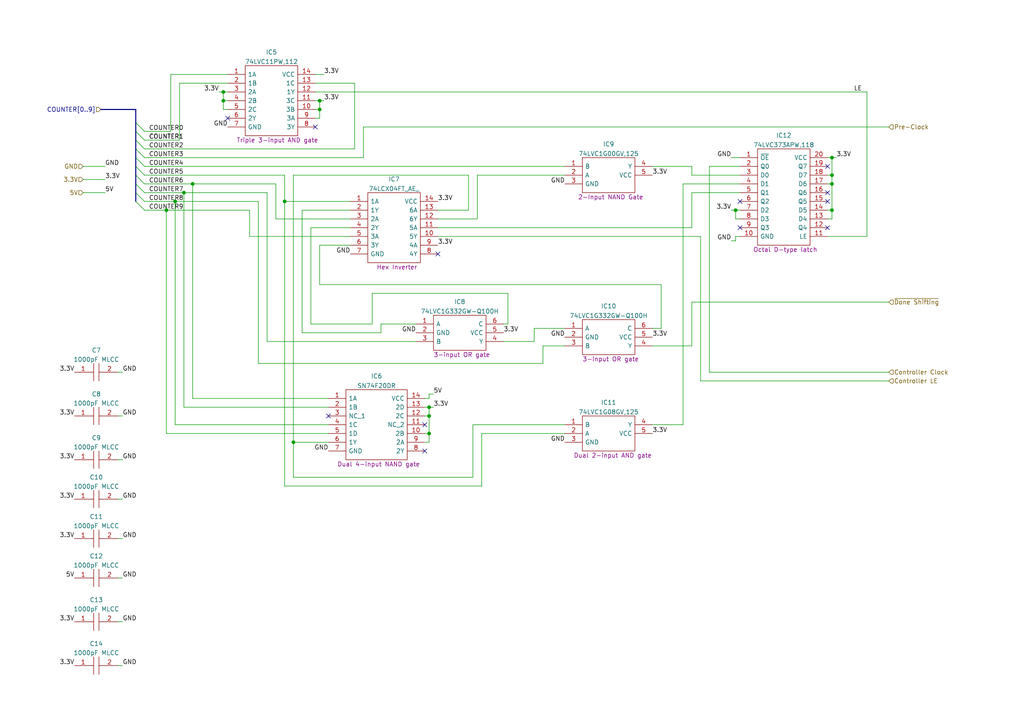
<source format=kicad_sch>
(kicad_sch (version 20211123) (generator eeschema)
  (paper "A4")
  (lib_symbols
    (symbol "Nexperia:74LVC11PW,112" (pin_names (offset 0.762))
      (property "Reference" "IC" (at 21.59 7.62 0))
      (property "Value" "74LVC11PW,112" (at 21.59 5.08 0))
      (symbol "74LVC11PW,112_0_0"
        (pin passive line (at 0 0 0) (length 5.08) (name "1A") (number "1"))
        (pin passive line (at 25.4 -10.16 180) (length 5.08) (name "3B") (number "10"))
        (pin passive line (at 25.4 -7.62 180) (length 5.08) (name "3C") (number "11"))
        (pin passive line (at 25.4 -5.08 180) (length 5.08) (name "1Y") (number "12"))
        (pin passive line (at 25.4 -2.54 180) (length 5.08) (name "1C") (number "13"))
        (pin passive line (at 25.4 0 180) (length 5.08) (name "VCC") (number "14"))
        (pin passive line (at 0 -2.54 0) (length 5.08) (name "1B") (number "2"))
        (pin passive line (at 0 -5.08 0) (length 5.08) (name "2A") (number "3"))
        (pin passive line (at 0 -7.62 0) (length 5.08) (name "2B") (number "4"))
        (pin passive line (at 0 -10.16 0) (length 5.08) (name "2C") (number "5"))
        (pin passive line (at 0 -12.7 0) (length 5.08) (name "2Y") (number "6"))
        (pin passive line (at 0 -15.24 0) (length 5.08) (name "GND") (number "7"))
        (pin passive line (at 25.4 -15.24 180) (length 5.08) (name "3Y") (number "8"))
        (pin passive line (at 25.4 -12.7 180) (length 5.08) (name "3A") (number "9"))
      )
      (symbol "74LVC11PW,112_0_1"
        (polyline (pts (xy 5.08 2.54) (xy 20.32 2.54) (xy 20.32 -17.78) (xy 5.08 -17.78) (xy 5.08 2.54)) (stroke (width 0.1524)))
      )
    )
    (symbol "Nexperia:74LVC1G00GV,125" (pin_names (offset 0.762))
      (property "Reference" "IC" (at 21.59 7.62 0))
      (property "Value" "74LVC1G00GV,125" (at 21.59 5.08 0))
      (symbol "74LVC1G00GV,125_0_0"
        (pin passive line (at 0 0 0) (length 5.08) (name "B") (number "1"))
        (pin passive line (at 0 -2.54 0) (length 5.08) (name "A") (number "2"))
        (pin passive line (at 0 -5.08 0) (length 5.08) (name "GND") (number "3"))
        (pin passive line (at 25.4 0 180) (length 5.08) (name "Y") (number "4"))
        (pin passive line (at 25.4 -2.54 180) (length 5.08) (name "VCC") (number "5"))
      )
      (symbol "74LVC1G00GV,125_0_1"
        (polyline (pts (xy 5.08 2.54) (xy 20.32 2.54) (xy 20.32 -7.62) (xy 5.08 -7.62) (xy 5.08 2.54)) (stroke (width 0.1524)))
      )
    )
    (symbol "Nexperia:74LVC1G08GV,125" (pin_names (offset 0.762))
      (property "Reference" "IC" (at 21.59 7.62 0))
      (property "Value" "74LVC1G08GV,125" (at 21.59 5.08 0))
      (symbol "74LVC1G08GV,125_0_0"
        (pin passive line (at 0 0 0) (length 5.08) (name "B") (number "1"))
        (pin passive line (at 0 -2.54 0) (length 5.08) (name "A") (number "2"))
        (pin passive line (at 0 -5.08 0) (length 5.08) (name "GND") (number "3"))
        (pin passive line (at 25.4 0 180) (length 5.08) (name "Y") (number "4"))
        (pin passive line (at 25.4 -2.54 180) (length 5.08) (name "VCC") (number "5"))
      )
      (symbol "74LVC1G08GV,125_0_1"
        (polyline (pts (xy 5.08 2.54) (xy 20.32 2.54) (xy 20.32 -7.62) (xy 5.08 -7.62) (xy 5.08 2.54)) (stroke (width 0.1524)))
      )
    )
    (symbol "Nexperia:74LVC1G332GW-Q100H" (pin_names (offset 0.762))
      (property "Reference" "IC" (at 21.59 7.62 0))
      (property "Value" "74LVC1G332GW-Q100H" (at 21.59 5.08 0))
      (symbol "74LVC1G332GW-Q100H_0_0"
        (pin passive line (at 0 0 0) (length 5.08) (name "A") (number "1"))
        (pin passive line (at 0 -2.54 0) (length 5.08) (name "GND") (number "2"))
        (pin passive line (at 0 -5.08 0) (length 5.08) (name "B") (number "3"))
        (pin passive line (at 25.4 -5.08 180) (length 5.08) (name "Y") (number "4"))
        (pin passive line (at 25.4 -2.54 180) (length 5.08) (name "VCC") (number "5"))
        (pin passive line (at 25.4 0 180) (length 5.08) (name "C") (number "6"))
      )
      (symbol "74LVC1G332GW-Q100H_0_1"
        (polyline (pts (xy 5.08 2.54) (xy 20.32 2.54) (xy 20.32 -7.62) (xy 5.08 -7.62) (xy 5.08 2.54)) (stroke (width 0.1524)))
      )
    )
    (symbol "Nexperia:74LVC373APW,118" (pin_names (offset 0.762))
      (property "Reference" "IC" (at 21.59 7.62 0))
      (property "Value" "74LVC373APW,118" (at 21.59 5.08 0))
      (symbol "74LVC373APW,118_0_0"
        (pin passive line (at 0 0 0) (length 5.08) (name "~{OE}") (number "1"))
        (pin passive line (at 0 -22.86 0) (length 5.08) (name "GND") (number "10"))
        (pin passive line (at 25.4 -22.86 180) (length 5.08) (name "LE") (number "11"))
        (pin passive line (at 25.4 -20.32 180) (length 5.08) (name "Q4") (number "12"))
        (pin passive line (at 25.4 -17.78 180) (length 5.08) (name "D4") (number "13"))
        (pin passive line (at 25.4 -15.24 180) (length 5.08) (name "D5") (number "14"))
        (pin passive line (at 25.4 -12.7 180) (length 5.08) (name "Q5") (number "15"))
        (pin passive line (at 25.4 -10.16 180) (length 5.08) (name "Q6") (number "16"))
        (pin passive line (at 25.4 -7.62 180) (length 5.08) (name "D6") (number "17"))
        (pin passive line (at 25.4 -5.08 180) (length 5.08) (name "D7") (number "18"))
        (pin passive line (at 25.4 -2.54 180) (length 5.08) (name "Q7") (number "19"))
        (pin passive line (at 0 -2.54 0) (length 5.08) (name "Q0") (number "2"))
        (pin passive line (at 25.4 0 180) (length 5.08) (name "VCC") (number "20"))
        (pin passive line (at 0 -5.08 0) (length 5.08) (name "D0") (number "3"))
        (pin passive line (at 0 -7.62 0) (length 5.08) (name "D1") (number "4"))
        (pin passive line (at 0 -10.16 0) (length 5.08) (name "Q1") (number "5"))
        (pin passive line (at 0 -12.7 0) (length 5.08) (name "Q2") (number "6"))
        (pin passive line (at 0 -15.24 0) (length 5.08) (name "D2") (number "7"))
        (pin passive line (at 0 -17.78 0) (length 5.08) (name "D3") (number "8"))
        (pin passive line (at 0 -20.32 0) (length 5.08) (name "Q3") (number "9"))
      )
      (symbol "74LVC373APW,118_0_1"
        (polyline (pts (xy 5.08 2.54) (xy 20.32 2.54) (xy 20.32 -25.4) (xy 5.08 -25.4) (xy 5.08 2.54)) (stroke (width 0.1524)))
      )
    )
    (symbol "Texas_Instruments:SN74F20DR" (pin_names (offset 0.762))
      (property "Reference" "IC" (at 24.13 7.62 0))
      (property "Value" "SN74F20DR" (at 24.13 5.08 0))
      (symbol "SN74F20DR_0_0"
        (pin passive line (at 0 0 0) (length 5.08) (name "1A") (number "1"))
        (pin passive line (at 27.94 -10.16 180) (length 5.08) (name "2B") (number "10"))
        (pin passive line (at 27.94 -7.62 180) (length 5.08) (name "NC_2") (number "11"))
        (pin passive line (at 27.94 -5.08 180) (length 5.08) (name "2C") (number "12"))
        (pin passive line (at 27.94 -2.54 180) (length 5.08) (name "2D") (number "13"))
        (pin passive line (at 27.94 0 180) (length 5.08) (name "VCC") (number "14"))
        (pin passive line (at 0 -2.54 0) (length 5.08) (name "1B") (number "2"))
        (pin passive line (at 0 -5.08 0) (length 5.08) (name "NC_1") (number "3"))
        (pin passive line (at 0 -7.62 0) (length 5.08) (name "1C") (number "4"))
        (pin passive line (at 0 -10.16 0) (length 5.08) (name "1D") (number "5"))
        (pin passive line (at 0 -12.7 0) (length 5.08) (name "1Y") (number "6"))
        (pin passive line (at 0 -15.24 0) (length 5.08) (name "GND") (number "7"))
        (pin passive line (at 27.94 -15.24 180) (length 5.08) (name "2Y") (number "8"))
        (pin passive line (at 27.94 -12.7 180) (length 5.08) (name "2A") (number "9"))
      )
      (symbol "SN74F20DR_0_1"
        (polyline (pts (xy 5.08 2.54) (xy 22.86 2.54) (xy 22.86 -17.78) (xy 5.08 -17.78) (xy 5.08 2.54)) (stroke (width 0.1524)))
      )
    )
    (symbol "Toshiba:74LCX04FT_AE_" (pin_names (offset 0.762))
      (property "Reference" "IC" (at 21.59 7.62 0))
      (property "Value" "74LCX04FT_AE_" (at 21.59 5.08 0))
      (symbol "74LCX04FT_AE__0_0"
        (pin passive line (at 0 0 0) (length 5.08) (name "1A") (number "1"))
        (pin passive line (at 25.4 -10.16 180) (length 5.08) (name "5Y") (number "10"))
        (pin passive line (at 25.4 -7.62 180) (length 5.08) (name "5A") (number "11"))
        (pin passive line (at 25.4 -5.08 180) (length 5.08) (name "6Y") (number "12"))
        (pin passive line (at 25.4 -2.54 180) (length 5.08) (name "6A") (number "13"))
        (pin passive line (at 25.4 0 180) (length 5.08) (name "VCC") (number "14"))
        (pin passive line (at 0 -2.54 0) (length 5.08) (name "1Y") (number "2"))
        (pin passive line (at 0 -5.08 0) (length 5.08) (name "2A") (number "3"))
        (pin passive line (at 0 -7.62 0) (length 5.08) (name "2Y") (number "4"))
        (pin passive line (at 0 -10.16 0) (length 5.08) (name "3A") (number "5"))
        (pin passive line (at 0 -12.7 0) (length 5.08) (name "3Y") (number "6"))
        (pin passive line (at 0 -15.24 0) (length 5.08) (name "GND") (number "7"))
        (pin passive line (at 25.4 -15.24 180) (length 5.08) (name "4Y") (number "8"))
        (pin passive line (at 25.4 -12.7 180) (length 5.08) (name "4A") (number "9"))
      )
      (symbol "74LCX04FT_AE__0_1"
        (polyline (pts (xy 5.08 2.54) (xy 20.32 2.54) (xy 20.32 -17.78) (xy 5.08 -17.78) (xy 5.08 2.54)) (stroke (width 0.1524)))
      )
    )
    (symbol "Wurth_Elektronik:885012207033" (pin_names (offset 0.762))
      (property "Reference" "C" (at 8.89 6.35 0))
      (property "Value" "885012207033" (at 8.89 3.81 0))
      (symbol "885012207033_0_0"
        (pin passive line (at 0 0 0) (length 5.08) (name "~") (number "1"))
        (pin passive line (at 12.7 0 180) (length 5.08) (name "~") (number "2"))
      )
      (symbol "885012207033_0_1"
        (polyline (pts (xy 5.08 0) (xy 5.588 0)) (stroke (width 0.1524)))
        (polyline (pts (xy 5.588 2.54) (xy 5.588 -2.54)) (stroke (width 0.1524)))
        (polyline (pts (xy 7.112 0) (xy 7.62 0)) (stroke (width 0.1524)))
        (polyline (pts (xy 7.112 2.54) (xy 7.112 -2.54)) (stroke (width 0.1524)))
      )
    )
  )
  (junction (at 82.55 58.42))
  (junction (at 64.77 29.21))
  (junction (at 64.77 26.67))
  (junction (at 241.3 50.8))
  (junction (at 85.09 128.27))
  (junction (at 92.71 29.21))
  (junction (at 55.88 53.34))
  (junction (at 241.3 53.34))
  (junction (at 213.36 60.96))
  (junction (at 124.46 120.65))
  (junction (at 50.8 58.42))
  (junction (at 241.3 60.96))
  (junction (at 124.46 125.73))
  (junction (at 241.3 45.72))
  (junction (at 92.71 31.75))
  (junction (at 53.34 55.88))
  (junction (at 48.26 60.96))
  (junction (at 124.46 118.11))
  (no_connect (at 214.63 66.04))
  (no_connect (at 214.63 58.42))
  (no_connect (at 240.03 55.88))
  (no_connect (at 240.03 58.42))
  (no_connect (at 240.03 66.04))
  (no_connect (at 240.03 48.26))
  (no_connect (at 91.44 36.83))
  (no_connect (at 66.04 34.29))
  (no_connect (at 123.19 130.81))
  (no_connect (at 127 73.66))
  (no_connect (at 123.19 123.19))
  (no_connect (at 95.25 120.65))
  (bus_entry (at 39.37 45.72) (size 2.54 2.54))
  (bus_entry (at 39.37 50.8) (size 2.54 2.54))
  (bus_entry (at 39.37 35.56) (size 2.54 2.54))
  (bus_entry (at 39.37 58.42) (size 2.54 2.54))
  (bus_entry (at 39.37 43.18) (size 2.54 2.54))
  (bus_entry (at 39.37 53.34) (size 2.54 2.54))
  (bus_entry (at 39.37 38.1) (size 2.54 2.54))
  (bus_entry (at 39.37 40.64) (size 2.54 2.54))
  (bus_entry (at 39.37 55.88) (size 2.54 2.54))
  (bus_entry (at 39.37 48.26) (size 2.54 2.54))
  (wire (pts (xy 200.66 55.88) (xy 200.66 66.04)))
  (wire (pts (xy 77.47 99.06) (xy 120.65 99.06)))
  (wire (pts (xy 189.23 95.25) (xy 191.77 95.25)))
  (wire (pts (xy 102.87 24.13) (xy 102.87 43.18)))
  (wire (pts (xy 50.8 123.19) (xy 95.25 123.19)))
  (wire (pts (xy 64.77 26.67) (xy 64.77 29.21)))
  (wire (pts (xy 124.46 120.65) (xy 123.19 120.65)))
  (wire (pts (xy 41.91 60.96) (xy 48.26 60.96)))
  (wire (pts (xy 241.3 53.34) (xy 241.3 60.96)))
  (wire (pts (xy 95.25 125.73) (xy 48.26 125.73)))
  (wire (pts (xy 124.46 115.57) (xy 123.19 115.57)))
  (wire (pts (xy 55.88 53.34) (xy 80.01 53.34)))
  (wire (pts (xy 82.55 58.42) (xy 82.55 140.97)))
  (wire (pts (xy 154.94 99.06) (xy 154.94 95.25)))
  (wire (pts (xy 107.95 85.09) (xy 147.32 85.09)))
  (bus (pts (xy 39.37 31.75) (xy 39.37 35.56)))
  (wire (pts (xy 200.66 50.8) (xy 200.66 48.26)))
  (wire (pts (xy 241.3 50.8) (xy 241.3 53.34)))
  (wire (pts (xy 123.19 118.11) (xy 124.46 118.11)))
  (wire (pts (xy 34.29 107.95) (xy 35.56 107.95)))
  (wire (pts (xy 34.29 180.34) (xy 35.56 180.34)))
  (wire (pts (xy 146.05 99.06) (xy 154.94 99.06)))
  (wire (pts (xy 213.36 68.58) (xy 214.63 68.58)))
  (wire (pts (xy 74.93 105.41) (xy 157.48 105.41)))
  (wire (pts (xy 135.89 50.8) (xy 135.89 60.96)))
  (wire (pts (xy 92.71 34.29) (xy 91.44 34.29)))
  (wire (pts (xy 138.43 50.8) (xy 163.83 50.8)))
  (bus (pts (xy 39.37 43.18) (xy 39.37 45.72)))
  (wire (pts (xy 41.91 43.18) (xy 102.87 43.18)))
  (wire (pts (xy 241.3 45.72) (xy 240.03 45.72)))
  (wire (pts (xy 34.29 193.04) (xy 35.56 193.04)))
  (wire (pts (xy 191.77 82.55) (xy 191.77 95.25)))
  (wire (pts (xy 157.48 100.33) (xy 163.83 100.33)))
  (wire (pts (xy 241.3 53.34) (xy 240.03 53.34)))
  (wire (pts (xy 105.41 36.83) (xy 257.81 36.83)))
  (wire (pts (xy 101.6 60.96) (xy 87.63 60.96)))
  (wire (pts (xy 198.12 53.34) (xy 214.63 53.34)))
  (wire (pts (xy 85.09 50.8) (xy 85.09 128.27)))
  (wire (pts (xy 241.3 63.5) (xy 240.03 63.5)))
  (wire (pts (xy 93.98 21.59) (xy 91.44 21.59)))
  (wire (pts (xy 87.63 60.96) (xy 87.63 96.52)))
  (wire (pts (xy 213.36 60.96) (xy 214.63 60.96)))
  (wire (pts (xy 251.46 68.58) (xy 240.03 68.58)))
  (wire (pts (xy 34.29 156.21) (xy 35.56 156.21)))
  (wire (pts (xy 90.17 93.98) (xy 107.95 93.98)))
  (wire (pts (xy 200.66 87.63) (xy 257.81 87.63)))
  (wire (pts (xy 53.34 55.88) (xy 77.47 55.88)))
  (wire (pts (xy 101.6 71.12) (xy 92.71 71.12)))
  (wire (pts (xy 41.91 45.72) (xy 105.41 45.72)))
  (wire (pts (xy 91.44 31.75) (xy 92.71 31.75)))
  (wire (pts (xy 189.23 48.26) (xy 200.66 48.26)))
  (wire (pts (xy 74.93 58.42) (xy 74.93 105.41)))
  (wire (pts (xy 137.16 123.19) (xy 163.83 123.19)))
  (wire (pts (xy 163.83 125.73) (xy 139.7 125.73)))
  (bus (pts (xy 39.37 48.26) (xy 39.37 50.8)))
  (wire (pts (xy 95.25 115.57) (xy 55.88 115.57)))
  (wire (pts (xy 203.2 110.49) (xy 257.81 110.49)))
  (wire (pts (xy 41.91 53.34) (xy 55.88 53.34)))
  (bus (pts (xy 39.37 55.88) (xy 39.37 58.42)))
  (wire (pts (xy 203.2 68.58) (xy 203.2 110.49)))
  (wire (pts (xy 80.01 53.34) (xy 80.01 63.5)))
  (wire (pts (xy 72.39 68.58) (xy 72.39 60.96)))
  (wire (pts (xy 107.95 93.98) (xy 107.95 85.09)))
  (wire (pts (xy 213.36 60.96) (xy 213.36 63.5)))
  (wire (pts (xy 127 66.04) (xy 200.66 66.04)))
  (wire (pts (xy 92.71 31.75) (xy 92.71 29.21)))
  (wire (pts (xy 127 68.58) (xy 203.2 68.58)))
  (wire (pts (xy 214.63 50.8) (xy 200.66 50.8)))
  (wire (pts (xy 212.09 69.85) (xy 213.36 69.85)))
  (wire (pts (xy 251.46 26.67) (xy 251.46 68.58)))
  (wire (pts (xy 34.29 133.35) (xy 35.56 133.35)))
  (bus (pts (xy 39.37 50.8) (xy 39.37 53.34)))
  (wire (pts (xy 64.77 29.21) (xy 66.04 29.21)))
  (wire (pts (xy 200.66 100.33) (xy 200.66 87.63)))
  (wire (pts (xy 124.46 125.73) (xy 123.19 125.73)))
  (wire (pts (xy 242.57 45.72) (xy 241.3 45.72)))
  (wire (pts (xy 189.23 100.33) (xy 200.66 100.33)))
  (wire (pts (xy 213.36 68.58) (xy 213.36 69.85)))
  (wire (pts (xy 124.46 125.73) (xy 124.46 128.27)))
  (wire (pts (xy 91.44 24.13) (xy 102.87 24.13)))
  (wire (pts (xy 34.29 167.64) (xy 35.56 167.64)))
  (wire (pts (xy 92.71 31.75) (xy 92.71 34.29)))
  (wire (pts (xy 110.49 93.98) (xy 120.65 93.98)))
  (wire (pts (xy 55.88 115.57) (xy 55.88 53.34)))
  (wire (pts (xy 198.12 123.19) (xy 198.12 53.34)))
  (wire (pts (xy 189.23 123.19) (xy 198.12 123.19)))
  (wire (pts (xy 64.77 26.67) (xy 66.04 26.67)))
  (wire (pts (xy 53.34 118.11) (xy 53.34 55.88)))
  (wire (pts (xy 157.48 105.41) (xy 157.48 100.33)))
  (wire (pts (xy 241.3 60.96) (xy 240.03 60.96)))
  (wire (pts (xy 24.13 48.26) (xy 30.48 48.26)))
  (wire (pts (xy 105.41 45.72) (xy 105.41 36.83)))
  (wire (pts (xy 77.47 55.88) (xy 77.47 99.06)))
  (wire (pts (xy 48.26 60.96) (xy 72.39 60.96)))
  (wire (pts (xy 90.17 66.04) (xy 90.17 93.98)))
  (bus (pts (xy 39.37 40.64) (xy 39.37 43.18)))
  (wire (pts (xy 24.13 52.07) (xy 30.48 52.07)))
  (wire (pts (xy 85.09 128.27) (xy 85.09 138.43)))
  (bus (pts (xy 29.21 31.75) (xy 39.37 31.75)))
  (wire (pts (xy 87.63 96.52) (xy 110.49 96.52)))
  (wire (pts (xy 41.91 38.1) (xy 49.53 38.1)))
  (wire (pts (xy 212.09 60.96) (xy 213.36 60.96)))
  (wire (pts (xy 82.55 50.8) (xy 82.55 58.42)))
  (wire (pts (xy 124.46 114.3) (xy 124.46 115.57)))
  (wire (pts (xy 124.46 118.11) (xy 124.46 120.65)))
  (wire (pts (xy 101.6 66.04) (xy 90.17 66.04)))
  (wire (pts (xy 214.63 48.26) (xy 205.74 48.26)))
  (wire (pts (xy 137.16 138.43) (xy 137.16 123.19)))
  (wire (pts (xy 34.29 144.78) (xy 35.56 144.78)))
  (wire (pts (xy 41.91 58.42) (xy 50.8 58.42)))
  (wire (pts (xy 91.44 26.67) (xy 251.46 26.67)))
  (wire (pts (xy 63.5 26.67) (xy 64.77 26.67)))
  (wire (pts (xy 82.55 140.97) (xy 139.7 140.97)))
  (wire (pts (xy 48.26 125.73) (xy 48.26 60.96)))
  (wire (pts (xy 92.71 71.12) (xy 92.71 82.55)))
  (wire (pts (xy 80.01 63.5) (xy 101.6 63.5)))
  (wire (pts (xy 205.74 107.95) (xy 257.81 107.95)))
  (bus (pts (xy 39.37 35.56) (xy 39.37 38.1)))
  (wire (pts (xy 41.91 50.8) (xy 82.55 50.8)))
  (bus (pts (xy 39.37 53.34) (xy 39.37 55.88)))
  (wire (pts (xy 49.53 21.59) (xy 49.53 38.1)))
  (wire (pts (xy 147.32 93.98) (xy 146.05 93.98)))
  (bus (pts (xy 39.37 45.72) (xy 39.37 48.26)))
  (wire (pts (xy 200.66 55.88) (xy 214.63 55.88)))
  (wire (pts (xy 41.91 48.26) (xy 163.83 48.26)))
  (wire (pts (xy 85.09 138.43) (xy 137.16 138.43)))
  (wire (pts (xy 95.25 118.11) (xy 53.34 118.11)))
  (wire (pts (xy 241.3 60.96) (xy 241.3 63.5)))
  (wire (pts (xy 66.04 21.59) (xy 49.53 21.59)))
  (wire (pts (xy 214.63 63.5) (xy 213.36 63.5)))
  (wire (pts (xy 92.71 82.55) (xy 191.77 82.55)))
  (wire (pts (xy 135.89 60.96) (xy 127 60.96)))
  (wire (pts (xy 95.25 128.27) (xy 85.09 128.27)))
  (wire (pts (xy 52.07 40.64) (xy 52.07 24.13)))
  (wire (pts (xy 34.29 120.65) (xy 35.56 120.65)))
  (wire (pts (xy 124.46 128.27) (xy 123.19 128.27)))
  (wire (pts (xy 64.77 29.21) (xy 64.77 31.75)))
  (wire (pts (xy 64.77 31.75) (xy 66.04 31.75)))
  (wire (pts (xy 41.91 55.88) (xy 53.34 55.88)))
  (wire (pts (xy 212.09 45.72) (xy 214.63 45.72)))
  (wire (pts (xy 82.55 58.42) (xy 101.6 58.42)))
  (wire (pts (xy 50.8 58.42) (xy 50.8 123.19)))
  (wire (pts (xy 85.09 50.8) (xy 135.89 50.8)))
  (wire (pts (xy 41.91 40.64) (xy 52.07 40.64)))
  (wire (pts (xy 154.94 95.25) (xy 163.83 95.25)))
  (wire (pts (xy 138.43 63.5) (xy 138.43 50.8)))
  (wire (pts (xy 72.39 68.58) (xy 101.6 68.58)))
  (wire (pts (xy 124.46 120.65) (xy 124.46 125.73)))
  (wire (pts (xy 124.46 118.11) (xy 125.73 118.11)))
  (wire (pts (xy 50.8 58.42) (xy 74.93 58.42)))
  (wire (pts (xy 24.13 55.88) (xy 30.48 55.88)))
  (bus (pts (xy 39.37 38.1) (xy 39.37 40.64)))
  (wire (pts (xy 147.32 85.09) (xy 147.32 93.98)))
  (wire (pts (xy 92.71 29.21) (xy 91.44 29.21)))
  (wire (pts (xy 127 63.5) (xy 138.43 63.5)))
  (wire (pts (xy 110.49 96.52) (xy 110.49 93.98)))
  (wire (pts (xy 241.3 45.72) (xy 241.3 50.8)))
  (wire (pts (xy 241.3 50.8) (xy 240.03 50.8)))
  (wire (pts (xy 52.07 24.13) (xy 66.04 24.13)))
  (wire (pts (xy 139.7 125.73) (xy 139.7 140.97)))
  (wire (pts (xy 205.74 48.26) (xy 205.74 107.95)))
  (wire (pts (xy 93.98 29.21) (xy 92.71 29.21)))
  (wire (pts (xy 125.73 114.3) (xy 124.46 114.3)))
  (label "3.3V" (at 146.05 96.52 0))
  (label "5V" (at 125.73 114.3 0))
  (label "GND" (at 163.83 53.34 180))
  (label "COUNTER9" (at 43.18 60.96 0))
  (label "GND" (at 35.56 120.65 0))
  (label "GND" (at 212.09 69.85 180))
  (label "3.3V" (at 30.48 52.07 0))
  (label "3.3V" (at 21.59 156.21 180))
  (label "3.3V" (at 125.73 118.11 0))
  (label "3.3V" (at 21.59 180.34 180))
  (label "GND" (at 66.04 36.83 180))
  (label "3.3V" (at 93.98 21.59 0))
  (label "COUNTER6" (at 43.18 53.34 0))
  (label "GND" (at 163.83 97.79 180))
  (label "GND" (at 35.56 167.64 0))
  (label "3.3V" (at 21.59 144.78 180))
  (label "GND" (at 35.56 144.78 0))
  (label "3.3V" (at 21.59 193.04 180))
  (label "COUNTER0" (at 43.18 38.1 0))
  (label "COUNTER3" (at 43.18 45.72 0))
  (label "GND" (at 101.6 73.66 180))
  (label "3.3V" (at 63.5 26.67 180))
  (label "3.3V" (at 189.23 97.79 0))
  (label "3.3V" (at 189.23 125.73 0))
  (label "COUNTER1" (at 43.18 40.64 0))
  (label "GND" (at 35.56 156.21 0))
  (label "GND" (at 212.09 45.72 180))
  (label "COUNTER8" (at 43.18 58.42 0))
  (label "3.3V" (at 127 58.42 0))
  (label "COUNTER7" (at 43.18 55.88 0))
  (label "3.3V" (at 212.09 60.96 180))
  (label "5V" (at 30.48 55.88 0))
  (label "GND" (at 35.56 180.34 0))
  (label "3.3V" (at 21.59 107.95 180))
  (label "3.3V" (at 189.23 50.8 0))
  (label "GND" (at 35.56 133.35 0))
  (label "GND" (at 95.25 130.81 180))
  (label "GND" (at 163.83 128.27 180))
  (label "COUNTER1" (at 43.18 40.64 0))
  (label "3.3V" (at 21.59 120.65 180))
  (label "GND" (at 120.65 96.52 180))
  (label "GND" (at 35.56 107.95 0))
  (label "GND" (at 35.56 193.04 0))
  (label "3.3V" (at 127 71.12 0))
  (label "GND" (at 30.48 48.26 0))
  (label "LE" (at 247.65 26.67 0))
  (label "3.3V" (at 242.57 45.72 0))
  (label "COUNTER5" (at 43.18 50.8 0))
  (label "COUNTER4" (at 43.18 48.26 0))
  (label "5V" (at 21.59 167.64 180))
  (label "COUNTER2" (at 43.18 43.18 0))
  (label "3.3V" (at 21.59 133.35 180))
  (label "3.3V" (at 93.98 29.21 0))
  (hierarchical_label "Controller Clock" (shape input) (at 257.81 107.95 0))
  (hierarchical_label "Controller LE" (shape input) (at 257.81 110.49 0))
  (hierarchical_label "~{Done Shifting}" (shape input) (at 257.81 87.63 0))
  (hierarchical_label "Pre-Clock" (shape input) (at 257.81 36.83 0))
  (hierarchical_label "5V" (shape input) (at 24.13 55.88 180))
  (hierarchical_label "COUNTER[0..9]" (shape input) (at 29.21 31.75 180))
  (hierarchical_label "GND" (shape input) (at 24.13 48.26 180))
  (hierarchical_label "3.3V" (shape input) (at 24.13 52.07 180))
  (symbol (lib_id "Wurth_Elektronik:885012207033") (at 21.59 133.35 0) (unit 1)
    (property "Reference" "C9" (at 27.94 127 0))
    (property "Value" "1000pF MLCC" (at 27.94 129.6694 0))
    (property "Footprint" "CAPC2012X90N" (effects hide))
    (property "Datasheet" "https://katalog.we-online.com/pbs/datasheet/885012207033.pdf" (effects hide))
    (property "Description" "Multilayer Ceramic Chip Capacitor WCAP-CSGP Series 0805 1000pF X7R0805102K016DFCT10000" (effects hide))
    (property "Height" "0.9" (effects hide))
    (property "Mouser Part Number" "710-885012207033" (effects hide))
    (property "Mouser Price/Stock" "https://www.mouser.co.uk/ProductDetail/Wurth-Elektronik/885012207033?qs=0KOYDY2FL28ky2lrUPvQ%2Fw%3D%3D" (effects hide))
    (property "Manufacturer_Name" "Wurth Elektronik" (effects hide))
    (property "Manufacturer_Part_Number" "885012207033" (effects hide))
  )
  (symbol (lib_id "Wurth_Elektronik:885012207033") (at 21.59 180.34 0) (unit 1)
    (property "Reference" "C13" (at 27.94 173.99 0))
    (property "Value" "1000pF MLCC" (at 27.94 176.6594 0))
    (property "Footprint" "CAPC2012X90N" (effects hide))
    (property "Datasheet" "https://katalog.we-online.com/pbs/datasheet/885012207033.pdf" (effects hide))
    (property "Description" "Multilayer Ceramic Chip Capacitor WCAP-CSGP Series 0805 1000pF X7R0805102K016DFCT10000" (effects hide))
    (property "Height" "0.9" (effects hide))
    (property "Mouser Part Number" "710-885012207033" (effects hide))
    (property "Mouser Price/Stock" "https://www.mouser.co.uk/ProductDetail/Wurth-Elektronik/885012207033?qs=0KOYDY2FL28ky2lrUPvQ%2Fw%3D%3D" (effects hide))
    (property "Manufacturer_Name" "Wurth Elektronik" (effects hide))
    (property "Manufacturer_Part_Number" "885012207033" (effects hide))
  )
  (symbol (lib_id "Wurth_Elektronik:885012207033") (at 21.59 144.78 0) (unit 1)
    (property "Reference" "C10" (at 27.94 138.43 0))
    (property "Value" "1000pF MLCC" (at 27.94 141.0994 0))
    (property "Footprint" "CAPC2012X90N" (effects hide))
    (property "Datasheet" "https://katalog.we-online.com/pbs/datasheet/885012207033.pdf" (effects hide))
    (property "Description" "Multilayer Ceramic Chip Capacitor WCAP-CSGP Series 0805 1000pF X7R0805102K016DFCT10000" (effects hide))
    (property "Height" "0.9" (effects hide))
    (property "Mouser Part Number" "710-885012207033" (effects hide))
    (property "Mouser Price/Stock" "https://www.mouser.co.uk/ProductDetail/Wurth-Elektronik/885012207033?qs=0KOYDY2FL28ky2lrUPvQ%2Fw%3D%3D" (effects hide))
    (property "Manufacturer_Name" "Wurth Elektronik" (effects hide))
    (property "Manufacturer_Part_Number" "885012207033" (effects hide))
  )
  (symbol (lib_id "Wurth_Elektronik:885012207033") (at 21.59 107.95 0) (unit 1)
    (property "Reference" "C7" (at 27.94 101.6 0))
    (property "Value" "1000pF MLCC" (at 27.94 104.2694 0))
    (property "Footprint" "CAPC2012X90N" (effects hide))
    (property "Datasheet" "https://katalog.we-online.com/pbs/datasheet/885012207033.pdf" (effects hide))
    (property "Description" "Multilayer Ceramic Chip Capacitor WCAP-CSGP Series 0805 1000pF X7R0805102K016DFCT10000" (effects hide))
    (property "Height" "0.9" (effects hide))
    (property "Mouser Part Number" "710-885012207033" (effects hide))
    (property "Mouser Price/Stock" "https://www.mouser.co.uk/ProductDetail/Wurth-Elektronik/885012207033?qs=0KOYDY2FL28ky2lrUPvQ%2Fw%3D%3D" (effects hide))
    (property "Manufacturer_Name" "Wurth Elektronik" (effects hide))
    (property "Manufacturer_Part_Number" "885012207033" (effects hide))
  )
  (symbol (lib_id "Wurth_Elektronik:885012207033") (at 21.59 167.64 0) (unit 1)
    (property "Reference" "C12" (at 27.94 161.29 0))
    (property "Value" "1000pF MLCC" (at 27.94 163.9594 0))
    (property "Footprint" "CAPC2012X90N" (effects hide))
    (property "Datasheet" "https://katalog.we-online.com/pbs/datasheet/885012207033.pdf" (effects hide))
    (property "Description" "Multilayer Ceramic Chip Capacitor WCAP-CSGP Series 0805 1000pF X7R0805102K016DFCT10000" (effects hide))
    (property "Height" "0.9" (effects hide))
    (property "Mouser Part Number" "710-885012207033" (effects hide))
    (property "Mouser Price/Stock" "https://www.mouser.co.uk/ProductDetail/Wurth-Elektronik/885012207033?qs=0KOYDY2FL28ky2lrUPvQ%2Fw%3D%3D" (effects hide))
    (property "Manufacturer_Name" "Wurth Elektronik" (effects hide))
    (property "Manufacturer_Part_Number" "885012207033" (effects hide))
  )
  (symbol (lib_id "Toshiba:74LCX04FT_AE_") (at 101.6 58.42 0) (unit 1)
    (property "Reference" "IC7" (at 114.3 51.9643 0))
    (property "Value" "74LCX04FT_AE_" (at 114.3 54.7394 0))
    (property "Footprint" "SOP65P640X120-14N" (effects hide))
    (property "Datasheet" "https://toshiba.semicon-storage.com/info/docget.jsp?did=15379&prodName=74LCX04FT" (effects hide))
    (property "Description" "Hex Inverter" (at 109.22 77.47 0) (effects (justify left)))
    (property "Height" "1.2" (effects hide))
    (property "Mouser Part Number" "757-74LCX04FTAE" (effects hide))
    (property "Mouser Price/Stock" "https://www.mouser.co.uk/ProductDetail/Toshiba/74LCX04FTAE?qs=cW4DzVrAanMxusL1byWNzQ%3D%3D" (effects hide))
    (property "Manufacturer_Name" "Toshiba" (effects hide))
    (property "Manufacturer_Part_Number" "74LCX04FT(AE)" (effects hide))
  )
  (symbol (lib_id "Nexperia:74LVC1G332GW-Q100H") (at 163.83 95.25 0) (unit 1)
    (property "Reference" "IC10" (at 176.53 88.7943 0))
    (property "Value" "74LVC1G332GW-Q100H" (at 176.53 91.5694 0))
    (property "Footprint" "SOP65P210X110-6N" (effects hide))
    (property "Datasheet" "https://assets.nexperia.com/documents/data-sheet/74LVC1G332_Q100.pdf" (effects hide))
    (property "Description" "3-input OR gate" (at 168.91 104.14 0) (effects (justify left)))
    (property "Height" "1.1" (effects hide))
    (property "Mouser Part Number" "771-74LVC1G332GWQ100" (effects hide))
    (property "Mouser Price/Stock" "https://www.mouser.co.uk/ProductDetail/Nexperia/74LVC1G332GW-Q100H?qs=Yna0arPQ0CSfUb2mWnpHQA%3D%3D" (effects hide))
    (property "Manufacturer_Name" "Nexperia" (effects hide))
    (property "Manufacturer_Part_Number" "74LVC1G332GW-Q100H" (effects hide))
  )
  (symbol (lib_id "Texas_Instruments:SN74F20DR") (at 95.25 115.57 0) (unit 1)
    (property "Reference" "IC6" (at 109.22 109.1143 0))
    (property "Value" "SN74F20DR" (at 109.22 111.8894 0))
    (property "Footprint" "SOIC127P600X175-14N" (effects hide))
    (property "Datasheet" "https://www.ti.com/lit/gpn/sn74f20" (effects hide))
    (property "Description" "Dual 4-input NAND gate" (at 97.79 134.62 0) (effects (justify left)))
    (property "Height" "1.75" (effects hide))
    (property "Mouser Part Number" "595-SN74F20DR" (effects hide))
    (property "Mouser Price/Stock" "https://www.mouser.co.uk/ProductDetail/Texas-Instruments/SN74F20DR?qs=mE33ZKBHyE7dV637H3Qthw%3D%3D" (effects hide))
    (property "Manufacturer_Name" "Texas Instruments" (effects hide))
    (property "Manufacturer_Part_Number" "SN74F20DR" (effects hide))
  )
  (symbol (lib_id "Wurth_Elektronik:885012207033") (at 21.59 156.21 0) (unit 1)
    (property "Reference" "C11" (at 27.94 149.86 0))
    (property "Value" "1000pF MLCC" (at 27.94 152.5294 0))
    (property "Footprint" "CAPC2012X90N" (effects hide))
    (property "Datasheet" "https://katalog.we-online.com/pbs/datasheet/885012207033.pdf" (effects hide))
    (property "Description" "Multilayer Ceramic Chip Capacitor WCAP-CSGP Series 0805 1000pF X7R0805102K016DFCT10000" (effects hide))
    (property "Height" "0.9" (effects hide))
    (property "Mouser Part Number" "710-885012207033" (effects hide))
    (property "Mouser Price/Stock" "https://www.mouser.co.uk/ProductDetail/Wurth-Elektronik/885012207033?qs=0KOYDY2FL28ky2lrUPvQ%2Fw%3D%3D" (effects hide))
    (property "Manufacturer_Name" "Wurth Elektronik" (effects hide))
    (property "Manufacturer_Part_Number" "885012207033" (effects hide))
  )
  (symbol (lib_id "Nexperia:74LVC11PW,112") (at 66.04 21.59 0) (unit 1)
    (property "Reference" "IC5" (at 78.74 15.1343 0))
    (property "Value" "74LVC11PW,112" (at 78.74 17.9094 0))
    (property "Footprint" "SOP65P640X110-14N" (effects hide))
    (property "Datasheet" "https://assets.nexperia.com/documents/data-sheet/74LVC11.pdf" (effects hide))
    (property "Description" "Triple 3-input AND gate" (at 68.58 40.64 0) (effects (justify left)))
    (property "Height" "1.1" (effects hide))
    (property "Mouser Part Number" "771-LVC11PW112" (effects hide))
    (property "Mouser Price/Stock" "https://www.mouser.co.uk/ProductDetail/Nexperia/74LVC11PW112?qs=me8TqzrmIYUpAtZGADtB2w%3D%3D" (effects hide))
    (property "Manufacturer_Name" "Nexperia" (effects hide))
    (property "Manufacturer_Part_Number" "74LVC11PW,112" (effects hide))
  )
  (symbol (lib_id "Wurth_Elektronik:885012207033") (at 21.59 193.04 0) (unit 1)
    (property "Reference" "C14" (at 27.94 186.69 0))
    (property "Value" "1000pF MLCC" (at 27.94 189.3594 0))
    (property "Footprint" "CAPC2012X90N" (effects hide))
    (property "Datasheet" "https://katalog.we-online.com/pbs/datasheet/885012207033.pdf" (effects hide))
    (property "Description" "Multilayer Ceramic Chip Capacitor WCAP-CSGP Series 0805 1000pF X7R0805102K016DFCT10000" (effects hide))
    (property "Height" "0.9" (effects hide))
    (property "Mouser Part Number" "710-885012207033" (effects hide))
    (property "Mouser Price/Stock" "https://www.mouser.co.uk/ProductDetail/Wurth-Elektronik/885012207033?qs=0KOYDY2FL28ky2lrUPvQ%2Fw%3D%3D" (effects hide))
    (property "Manufacturer_Name" "Wurth Elektronik" (effects hide))
    (property "Manufacturer_Part_Number" "885012207033" (effects hide))
  )
  (symbol (lib_id "Wurth_Elektronik:885012207033") (at 21.59 120.65 0) (unit 1)
    (property "Reference" "C8" (at 27.94 114.3 0))
    (property "Value" "1000pF MLCC" (at 27.94 116.9694 0))
    (property "Footprint" "CAPC2012X90N" (effects hide))
    (property "Datasheet" "https://katalog.we-online.com/pbs/datasheet/885012207033.pdf" (effects hide))
    (property "Description" "Multilayer Ceramic Chip Capacitor WCAP-CSGP Series 0805 1000pF X7R0805102K016DFCT10000" (effects hide))
    (property "Height" "0.9" (effects hide))
    (property "Mouser Part Number" "710-885012207033" (effects hide))
    (property "Mouser Price/Stock" "https://www.mouser.co.uk/ProductDetail/Wurth-Elektronik/885012207033?qs=0KOYDY2FL28ky2lrUPvQ%2Fw%3D%3D" (effects hide))
    (property "Manufacturer_Name" "Wurth Elektronik" (effects hide))
    (property "Manufacturer_Part_Number" "885012207033" (effects hide))
  )
  (symbol (lib_id "Nexperia:74LVC1G00GV,125") (at 163.83 48.26 0) (unit 1)
    (property "Reference" "IC9" (at 176.53 41.8043 0))
    (property "Value" "74LVC1G00GV,125" (at 176.53 44.5794 0))
    (property "Footprint" "SOT95P275X110-5N" (effects hide))
    (property "Datasheet" "https://assets.nexperia.com/documents/data-sheet/74LVC1G00.pdf" (effects hide))
    (property "Description" "2-Input NAND Gate" (at 167.64 57.15 0) (effects (justify left)))
    (property "Height" "1.1" (effects hide))
    (property "Mouser Part Number" "771-LVC1G00GV125" (effects hide))
    (property "Mouser Price/Stock" "https://www.mouser.co.uk/ProductDetail/Nexperia/74LVC1G00GV125?qs=me8TqzrmIYUdcQ5DZJlNiw%3D%3D" (effects hide))
    (property "Manufacturer_Name" "Nexperia" (effects hide))
    (property "Manufacturer_Part_Number" "74LVC1G00GV,125" (effects hide))
  )
  (symbol (lib_id "Nexperia:74LVC1G08GV,125") (at 163.83 123.19 0) (unit 1)
    (property "Reference" "IC11" (at 176.53 116.7343 0))
    (property "Value" "74LVC1G08GV,125" (at 176.53 119.5094 0))
    (property "Footprint" "SOT95P275X110-5N" (effects hide))
    (property "Datasheet" "https://assets.nexperia.com/documents/data-sheet/74LVC1G08.pdf" (effects hide))
    (property "Description" "Dual 2-input AND gate" (at 166.37 132.08 0) (effects (justify left)))
    (property "Height" "1.1" (effects hide))
    (property "Manufacturer_Name" "Nexperia" (effects hide))
    (property "Manufacturer_Part_Number" "74LVC1G08GV,125" (effects hide))
    (property "Mouser Part Number" "771-74LVC1G08GV" (effects hide))
    (property "Mouser Price/Stock" "https://www.mouser.co.uk/ProductDetail/Nexperia/74LVC1G08GV125?qs=me8TqzrmIYXEnurJEPZc7A%3D%3D" (effects hide))
    (property "Arrow Part Number" "74LVC1G08GV,125" (effects hide))
    (property "Arrow Price/Stock" "https://www.arrow.com/en/products/74lvc1g08gv125/nexperia" (effects hide))
  )
  (symbol (lib_id "Nexperia:74LVC373APW,118") (at 214.63 45.72 0) (unit 1)
    (property "Reference" "IC12" (at 227.33 39.2643 0))
    (property "Value" "74LVC373APW,118" (at 227.33 42.0394 0))
    (property "Footprint" "SOP65P640X110-20N" (effects hide))
    (property "Datasheet" "https://assets.nexperia.com/documents/data-sheet/74LVC373A.pdf" (effects hide))
    (property "Description" "Octal D-type latch" (at 218.44 72.39 0) (effects (justify left)))
    (property "Height" "1.1" (effects hide))
    (property "Manufacturer_Name" "Nexperia" (effects hide))
    (property "Manufacturer_Part_Number" "74LVC373APW,118" (effects hide))
    (property "Mouser Part Number" "771-74LVC373APW-T" (effects hide))
    (property "Mouser Price/Stock" "https://www.mouser.co.uk/ProductDetail/Nexperia/74LVC373APW118?qs=me8TqzrmIYXfx7wywyYFRQ%3D%3D" (effects hide))
    (property "Arrow Part Number" "74LVC373APW,118" (effects hide))
    (property "Arrow Price/Stock" "https://www.arrow.com/en/products/74lvc373apw118/nexperia" (effects hide))
  )
  (symbol (lib_id "Nexperia:74LVC1G332GW-Q100H") (at 120.65 93.98 0) (unit 1)
    (property "Reference" "IC8" (at 133.35 87.5243 0))
    (property "Value" "74LVC1G332GW-Q100H" (at 133.35 90.2994 0))
    (property "Footprint" "SOP65P210X110-6N" (effects hide))
    (property "Datasheet" "https://assets.nexperia.com/documents/data-sheet/74LVC1G332_Q100.pdf" (effects hide))
    (property "Description" "3-input OR gate" (at 125.73 102.87 0) (effects (justify left)))
    (property "Height" "1.1" (effects hide))
    (property "Mouser Part Number" "771-74LVC1G332GWQ100" (effects hide))
    (property "Mouser Price/Stock" "https://www.mouser.co.uk/ProductDetail/Nexperia/74LVC1G332GW-Q100H?qs=Yna0arPQ0CSfUb2mWnpHQA%3D%3D" (effects hide))
    (property "Manufacturer_Name" "Nexperia" (effects hide))
    (property "Manufacturer_Part_Number" "74LVC1G332GW-Q100H" (effects hide))
  )
)
</source>
